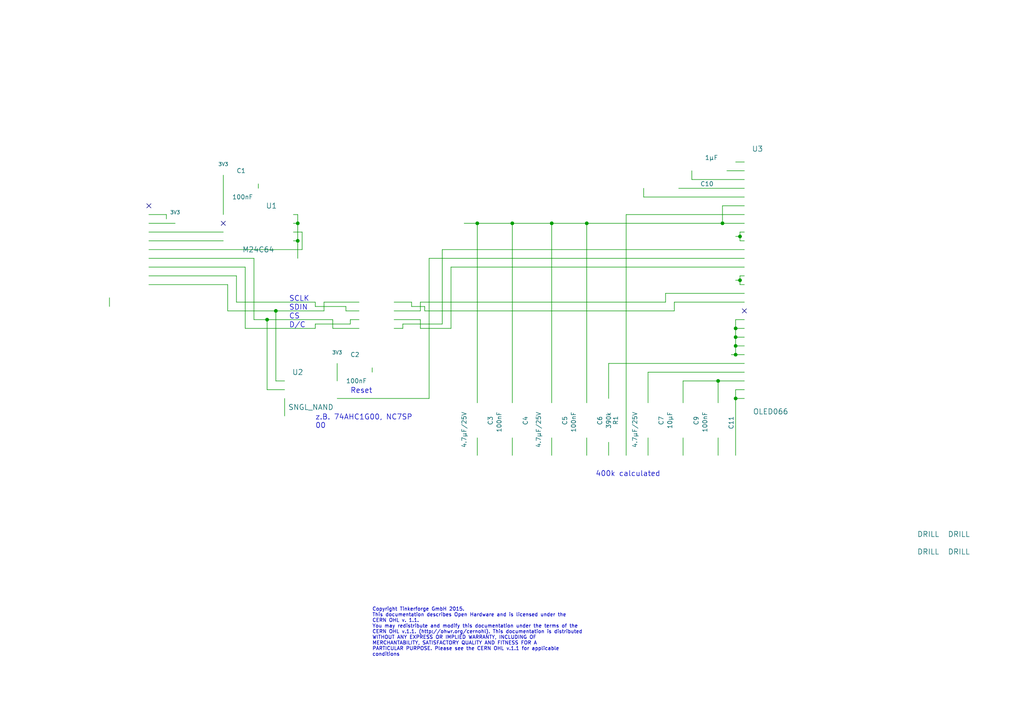
<source format=kicad_sch>
(kicad_sch (version 20230121) (generator eeschema)
  (paper "A4")
  (title_block (title "OLED 64x48") (date "Fr 19 Jun 2015") (rev "1.0") (company "Tinkerforge GmbH") (comment 1 "Licensed under CERN OHL v.1.1") (comment 2 "Copyright (©) 2015, B.Nordmeyer <bastian@tinkerforge.com>"))
  (lib_symbols)
  (junction (at 213.36 97.79))
  (junction (at 213.36 95.25))
  (junction (at 160.02 64.77))
  (junction (at 214.63 68.58))
  (junction (at 77.47 92.71))
  (junction (at 213.36 115.57))
  (junction (at 213.36 100.33))
  (junction (at 86.36 69.85))
  (junction (at 209.55 64.77))
  (junction (at 214.63 81.28))
  (junction (at 208.28 110.49))
  (junction (at 80.01 90.17))
  (junction (at 170.18 64.77))
  (junction (at 213.36 102.87))
  (junction (at 148.59 64.77))
  (junction (at 86.36 64.77))
  (junction (at 138.43 64.77))
  (no_connect (at 215.9 90.17))
  (no_connect (at 64.77 64.77))
  (no_connect (at 43.18 59.69))
  (wire (pts (xy 96.52 95.25) (xy 104.14 95.25)))
  (wire (pts (xy 200.66 52.07) (xy 200.66 49.53)))
  (wire (pts (xy 93.98 90.17) (xy 93.98 87.63)))
  (wire (pts (xy 215.9 74.93) (xy 124.46 74.93)))
  (wire (pts (xy 104.14 90.17) (xy 100.33 90.17)))
  (wire (pts (xy 210.82 49.53) (xy 215.9 49.53)))
  (wire (pts (xy 198.12 127) (xy 198.12 132.08)))
  (wire (pts (xy 68.58 87.63) (xy 68.58 80.01)))
  (wire (pts (xy 170.18 64.77) (xy 209.55 64.77)))
  (wire (pts (xy 104.14 92.71) (xy 101.6 92.71)))
  (wire (pts (xy 48.26 62.23) (xy 48.26 63.5)))
  (wire (pts (xy 198.12 110.49) (xy 198.12 116.84)))
  (wire (pts (xy 138.43 64.77) (xy 148.59 64.77)))
  (wire (pts (xy 213.36 100.33) (xy 213.36 97.79)))
  (wire (pts (xy 87.63 67.31) (xy 87.63 72.39)))
  (wire (pts (xy 214.63 68.58) (xy 214.63 67.31)))
  (wire (pts (xy 138.43 116.84) (xy 138.43 64.77)))
  (wire (pts (xy 213.36 113.03) (xy 215.9 113.03)))
  (wire (pts (xy 215.9 69.85) (xy 214.63 69.85)))
  (wire (pts (xy 215.9 107.95) (xy 187.96 107.95)))
  (wire (pts (xy 97.79 105.41) (xy 97.79 110.49)))
  (wire (pts (xy 64.77 50.8) (xy 64.77 62.23)))
  (wire (pts (xy 71.12 77.47) (xy 43.18 77.47)))
  (wire (pts (xy 80.01 90.17) (xy 93.98 90.17)))
  (wire (pts (xy 214.63 67.31) (xy 215.9 67.31)))
  (wire (pts (xy 130.81 95.25) (xy 121.92 95.25)))
  (wire (pts (xy 196.85 54.61) (xy 215.9 54.61)))
  (wire (pts (xy 86.36 62.23) (xy 86.36 64.77)))
  (wire (pts (xy 100.33 90.17) (xy 100.33 88.9)))
  (wire (pts (xy 176.53 128.27) (xy 176.53 132.08)))
  (wire (pts (xy 123.19 90.17) (xy 123.19 88.9)))
  (wire (pts (xy 43.18 67.31) (xy 64.77 67.31)))
  (wire (pts (xy 85.09 62.23) (xy 86.36 62.23)))
  (wire (pts (xy 170.18 132.08) (xy 170.18 127)))
  (wire (pts (xy 214.63 82.55) (xy 215.9 82.55)))
  (wire (pts (xy 213.36 92.71) (xy 215.9 92.71)))
  (wire (pts (xy 213.36 132.08) (xy 213.36 115.57)))
  (wire (pts (xy 91.44 87.63) (xy 68.58 87.63)))
  (wire (pts (xy 68.58 80.01) (xy 43.18 80.01)))
  (wire (pts (xy 86.36 69.85) (xy 85.09 69.85)))
  (wire (pts (xy 160.02 64.77) (xy 170.18 64.77)))
  (wire (pts (xy 160.02 116.84) (xy 160.02 64.77)))
  (wire (pts (xy 73.66 92.71) (xy 73.66 74.93)))
  (wire (pts (xy 209.55 59.69) (xy 209.55 64.77)))
  (wire (pts (xy 214.63 80.01) (xy 214.63 81.28)))
  (wire (pts (xy 86.36 69.85) (xy 86.36 74.93)))
  (wire (pts (xy 214.63 81.28) (xy 214.63 82.55)))
  (wire (pts (xy 86.36 64.77) (xy 86.36 69.85)))
  (wire (pts (xy 170.18 116.84) (xy 170.18 64.77)))
  (wire (pts (xy 85.09 67.31) (xy 87.63 67.31)))
  (wire (pts (xy 215.9 105.41) (xy 176.53 105.41)))
  (wire (pts (xy 215.9 62.23) (xy 181.61 62.23)))
  (wire (pts (xy 121.92 90.17) (xy 114.3 90.17)))
  (wire (pts (xy 43.18 62.23) (xy 48.26 62.23)))
  (wire (pts (xy 213.36 102.87) (xy 212.09 102.87)))
  (wire (pts (xy 215.9 59.69) (xy 209.55 59.69)))
  (wire (pts (xy 214.63 69.85) (xy 214.63 68.58)))
  (wire (pts (xy 213.36 102.87) (xy 213.36 100.33)))
  (wire (pts (xy 215.9 110.49) (xy 208.28 110.49)))
  (wire (pts (xy 187.96 132.08) (xy 187.96 127)))
  (wire (pts (xy 128.27 93.98) (xy 116.84 93.98)))
  (wire (pts (xy 91.44 95.25) (xy 71.12 95.25)))
  (wire (pts (xy 214.63 68.58) (xy 213.36 68.58)))
  (wire (pts (xy 195.58 90.17) (xy 123.19 90.17)))
  (wire (pts (xy 160.02 132.08) (xy 160.02 127)))
  (wire (pts (xy 96.52 92.71) (xy 96.52 95.25)))
  (wire (pts (xy 215.9 72.39) (xy 128.27 72.39)))
  (wire (pts (xy 215.9 52.07) (xy 200.66 52.07)))
  (wire (pts (xy 213.36 97.79) (xy 213.36 95.25)))
  (wire (pts (xy 116.84 95.25) (xy 114.3 95.25)))
  (wire (pts (xy 148.59 132.08) (xy 148.59 127)))
  (wire (pts (xy 31.75 88.9) (xy 31.75 86.36)))
  (wire (pts (xy 82.55 113.03) (xy 77.47 113.03)))
  (wire (pts (xy 77.47 92.71) (xy 96.52 92.71)))
  (wire (pts (xy 124.46 115.57) (xy 97.79 115.57)))
  (wire (pts (xy 138.43 132.08) (xy 138.43 127)))
  (wire (pts (xy 87.63 72.39) (xy 43.18 72.39)))
  (wire (pts (xy 186.69 57.15) (xy 186.69 54.61)))
  (wire (pts (xy 193.04 87.63) (xy 121.92 87.63)))
  (wire (pts (xy 116.84 93.98) (xy 116.84 95.25)))
  (wire (pts (xy 121.92 92.71) (xy 114.3 92.71)))
  (wire (pts (xy 215.9 80.01) (xy 214.63 80.01)))
  (wire (pts (xy 148.59 116.84) (xy 148.59 64.77)))
  (wire (pts (xy 208.28 116.84) (xy 208.28 110.49)))
  (wire (pts (xy 208.28 127) (xy 208.28 132.08)))
  (wire (pts (xy 101.6 92.71) (xy 101.6 93.98)))
  (wire (pts (xy 187.96 107.95) (xy 187.96 116.84)))
  (wire (pts (xy 66.04 90.17) (xy 66.04 82.55)))
  (wire (pts (xy 100.33 88.9) (xy 91.44 88.9)))
  (wire (pts (xy 121.92 95.25) (xy 121.92 92.71)))
  (wire (pts (xy 121.92 87.63) (xy 121.92 90.17)))
  (wire (pts (xy 215.9 102.87) (xy 213.36 102.87)))
  (wire (pts (xy 134.62 64.77) (xy 138.43 64.77)))
  (wire (pts (xy 93.98 87.63) (xy 104.14 87.63)))
  (wire (pts (xy 66.04 90.17) (xy 80.01 90.17)))
  (wire (pts (xy 130.81 77.47) (xy 130.81 95.25)))
  (wire (pts (xy 209.55 64.77) (xy 215.9 64.77)))
  (wire (pts (xy 73.66 74.93) (xy 43.18 74.93)))
  (wire (pts (xy 64.77 69.85) (xy 43.18 69.85)))
  (wire (pts (xy 215.9 77.47) (xy 130.81 77.47)))
  (wire (pts (xy 181.61 62.23) (xy 181.61 132.08)))
  (wire (pts (xy 128.27 72.39) (xy 128.27 93.98)))
  (wire (pts (xy 107.95 106.68) (xy 107.95 107.95)))
  (wire (pts (xy 82.55 110.49) (xy 80.01 110.49)))
  (wire (pts (xy 73.66 92.71) (xy 77.47 92.71)))
  (wire (pts (xy 193.04 85.09) (xy 215.9 85.09)))
  (wire (pts (xy 215.9 95.25) (xy 213.36 95.25)))
  (wire (pts (xy 124.46 74.93) (xy 124.46 115.57)))
  (wire (pts (xy 71.12 95.25) (xy 71.12 77.47)))
  (wire (pts (xy 213.36 95.25) (xy 213.36 92.71)))
  (wire (pts (xy 74.93 53.34) (xy 74.93 54.61)))
  (wire (pts (xy 80.01 110.49) (xy 80.01 90.17)))
  (wire (pts (xy 215.9 115.57) (xy 213.36 115.57)))
  (wire (pts (xy 66.04 82.55) (xy 43.18 82.55)))
  (wire (pts (xy 77.47 113.03) (xy 77.47 92.71)))
  (wire (pts (xy 213.36 115.57) (xy 213.36 113.03)))
  (wire (pts (xy 215.9 97.79) (xy 213.36 97.79)))
  (wire (pts (xy 119.38 88.9) (xy 119.38 87.63)))
  (wire (pts (xy 213.36 46.99) (xy 215.9 46.99)))
  (wire (pts (xy 148.59 64.77) (xy 160.02 64.77)))
  (wire (pts (xy 123.19 88.9) (xy 119.38 88.9)))
  (wire (pts (xy 208.28 110.49) (xy 198.12 110.49)))
  (wire (pts (xy 214.63 81.28) (xy 213.36 81.28)))
  (wire (pts (xy 101.6 93.98) (xy 91.44 93.98)))
  (wire (pts (xy 119.38 87.63) (xy 114.3 87.63)))
  (wire (pts (xy 85.09 64.77) (xy 86.36 64.77)))
  (wire (pts (xy 176.53 105.41) (xy 176.53 115.57)))
  (wire (pts (xy 82.55 120.65) (xy 82.55 115.57)))
  (wire (pts (xy 195.58 87.63) (xy 215.9 87.63)))
  (wire (pts (xy 43.18 64.77) (xy 50.8 64.77)))
  (wire (pts (xy 91.44 88.9) (xy 91.44 87.63)))
  (wire (pts (xy 215.9 57.15) (xy 186.69 57.15)))
  (wire (pts (xy 195.58 90.17) (xy 195.58 87.63)))
  (wire (pts (xy 91.44 93.98) (xy 91.44 95.25)))
  (wire (pts (xy 193.04 87.63) (xy 193.04 85.09)))
  (wire (pts (xy 215.9 100.33) (xy 213.36 100.33)))
  (text "CS" (at 83.82 92.71 0) (effects (font (size 1.524 1.524)) (justify left bottom)))
  (text "Copyright Tinkerforge GmbH 2015.\nThis documentation describes Open Hardware and is licensed under the\nCERN OHL v. 1.1.\nYou may redistribute and modify this documentation under the terms of the\nCERN OHL v.1.1. (http://ohwr.org/cernohl). This documentation is distributed\nWITHOUT ANY EXPRESS OR IMPLIED WARRANTY, INCLUDING OF\nMERCHANTABILITY, SATISFACTORY QUALITY AND FITNESS FOR A\nPARTICULAR PURPOSE. Please see the CERN OHL v.1.1 for applicable\nconditions\n" (at 107.95 190.5 0) (effects (font (size 1.016 1.016)) (justify left bottom)))
  (text "SCLK" (at 83.82 87.63 0) (effects (font (size 1.524 1.524)) (justify left bottom)))
  (text "z.B. 74AHC1G00, NC7SP\n00" (at 91.44 124.46 0) (effects (font (size 1.524 1.524)) (justify left bottom)))
  (text "Reset" (at 101.6 114.3 0) (effects (font (size 1.524 1.524)) (justify left bottom)))
  (text "400k calculated" (at 172.72 138.43 0) (effects (font (size 1.524 1.524)) (justify left bottom)))
  (text "SDIN" (at 83.82 90.17 0) (effects (font (size 1.524 1.524)) (justify left bottom)))
  (text "D/C" (at 83.82 95.25 0) (effects (font (size 1.524 1.524)) (justify left bottom)))
  (symbol (lib_id "DRILL") (at 278.13 154.94 0) (unit 1)
    (property "Reference" "U6" (effects hide))
    (property "Value" "DRILL" (at 278.13 154.94 0) (effects (font (size 1.524 1.524))))
    (property "Footprint" "kicad-libraries:DRILL_NP" (effects hide))
  )
  (symbol (lib_id "DRILL") (at 278.13 160.02 0) (unit 1)
    (property "Reference" "U7" (effects hide))
    (property "Value" "DRILL" (at 278.13 160.02 0) (effects (font (size 1.524 1.524))))
    (property "Footprint" "kicad-libraries:DRILL_NP" (effects hide))
  )
  (symbol (lib_id "DRILL") (at 269.24 154.94 0) (unit 1)
    (property "Reference" "U4" (effects hide))
    (property "Value" "DRILL" (at 269.24 154.94 0) (effects (font (size 1.524 1.524))))
    (property "Footprint" "kicad-libraries:DRILL_NP" (effects hide))
  )
  (symbol (lib_id "DRILL") (at 269.24 160.02 0) (unit 1)
    (property "Reference" "U5" (effects hide))
    (property "Value" "DRILL" (at 269.24 160.02 0) (effects (font (size 1.524 1.524))))
    (property "Footprint" "kicad-libraries:DRILL_NP" (effects hide))
  )
  (symbol (lib_id "CON-SENSOR") (at 31.75 71.12 0) (mirror y) (unit 1)
    (property "Reference" "P1" (at 38.1 57.15 0) (effects (font (size 1.524 1.524))))
    (property "Value" "CON-SENSOR" (at 26.67 71.12 90) (effects (font (size 1.524 1.524))))
    (property "Footprint" "kicad-libraries:CON-SENSOR" (effects hide))
  )
  (symbol (lib_id "GND") (at 48.26 63.5 0) (unit 1)
    (property "Reference" "#PWR01" (effects hide))
    (property "Value" "GND" (effects hide))
  )
  (symbol (lib_id "3V3") (at 50.8 64.77 0) (unit 1)
    (property "Reference" "#PWR02" (effects hide))
    (property "Value" "3V3" (at 50.8 61.595 0) (effects (font (size 1.016 1.016))))
  )
  (symbol (lib_id "CAT24C") (at 74.93 72.39 0) (mirror y) (unit 1)
    (property "Reference" "U1" (at 78.74 59.69 0) (effects (font (size 1.524 1.524))))
    (property "Value" "M24C64" (at 74.93 72.39 0) (effects (font (size 1.524 1.524))))
    (property "Footprint" "kicad-libraries:SOIC8" (effects hide))
  )
  (symbol (lib_id "C") (at 69.85 53.34 270) (unit 1)
    (property "Reference" "C1" (at 68.58 49.53 90) (effects (justify left)))
    (property "Value" "100nF" (at 67.31 57.15 90) (effects (justify left)))
    (property "Footprint" "kicad-libraries:0603" (effects hide))
  )
  (symbol (lib_id "GND") (at 74.93 54.61 0) (unit 1)
    (property "Reference" "#PWR03" (effects hide))
    (property "Value" "GND" (effects hide))
  )
  (symbol (lib_id "3V3") (at 64.77 50.8 0) (unit 1)
    (property "Reference" "#PWR04" (effects hide))
    (property "Value" "3V3" (at 64.77 47.625 0) (effects (font (size 1.016 1.016))))
  )
  (symbol (lib_id "GND") (at 86.36 74.93 0) (unit 1)
    (property "Reference" "#PWR05" (effects hide))
    (property "Value" "GND" (effects hide))
  )
  (symbol (lib_id "GND") (at 31.75 88.9 0) (unit 1)
    (property "Reference" "#PWR06" (effects hide))
    (property "Value" "GND" (effects hide))
  )
  (symbol (lib_id "C") (at 208.28 121.92 180) (unit 1)
    (property "Reference" "C11" (at 212.09 120.65 90) (effects (justify left)))
    (property "Value" "100nF" (at 204.47 119.38 90) (effects (justify left)))
    (property "Footprint" "kicad-libraries:0603" (effects hide))
  )
  (symbol (lib_id "C") (at 198.12 121.92 180) (unit 1)
    (property "Reference" "C9" (at 201.93 120.65 90) (effects (justify left)))
    (property "Value" "10µF" (at 194.31 119.38 90) (effects (justify left)))
    (property "Footprint" "kicad-libraries:0805" (effects hide))
  )
  (symbol (lib_id "R") (at 176.53 121.92 0) (unit 1)
    (property "Reference" "R1" (at 178.562 121.92 90))
    (property "Value" "390k" (at 176.53 121.92 90))
    (property "Footprint" "kicad-libraries:0603" (effects hide))
  )
  (symbol (lib_id "C") (at 187.96 121.92 180) (unit 1)
    (property "Reference" "C7" (at 191.77 120.65 90) (effects (justify left)))
    (property "Value" "4.7µF/25V" (at 184.15 119.38 90) (effects (justify left)))
    (property "Footprint" "kicad-libraries:0805" (effects hide))
  )
  (symbol (lib_id "GND") (at 187.96 132.08 0) (unit 1)
    (property "Reference" "#PWR07" (effects hide))
    (property "Value" "GND" (effects hide))
  )
  (symbol (lib_id "GND") (at 213.36 132.08 0) (unit 1)
    (property "Reference" "#PWR08" (effects hide))
    (property "Value" "GND" (effects hide))
  )
  (symbol (lib_id "GND") (at 198.12 132.08 0) (unit 1)
    (property "Reference" "#PWR09" (effects hide))
    (property "Value" "GND" (effects hide))
  )
  (symbol (lib_id "GND") (at 208.28 132.08 0) (unit 1)
    (property "Reference" "#PWR010" (effects hide))
    (property "Value" "GND" (effects hide))
  )
  (symbol (lib_id "C") (at 138.43 121.92 180) (unit 1)
    (property "Reference" "C3" (at 142.24 120.65 90) (effects (justify left)))
    (property "Value" "4.7µF/25V" (at 134.62 119.38 90) (effects (justify left)))
    (property "Footprint" "kicad-libraries:0805" (effects hide))
  )
  (symbol (lib_id "C") (at 148.59 121.92 180) (unit 1)
    (property "Reference" "C4" (at 152.4 120.65 90) (effects (justify left)))
    (property "Value" "100nF" (at 144.78 119.38 90) (effects (justify left)))
    (property "Footprint" "kicad-libraries:0603" (effects hide))
  )
  (symbol (lib_id "GND") (at 148.59 132.08 0) (unit 1)
    (property "Reference" "#PWR011" (effects hide))
    (property "Value" "GND" (effects hide))
  )
  (symbol (lib_id "GND") (at 138.43 132.08 0) (unit 1)
    (property "Reference" "#PWR012" (effects hide))
    (property "Value" "GND" (effects hide))
  )
  (symbol (lib_id "GND") (at 181.61 132.08 0) (unit 1)
    (property "Reference" "#PWR013" (effects hide))
    (property "Value" "GND" (effects hide))
  )
  (symbol (lib_id "C") (at 205.74 49.53 90) (unit 1)
    (property "Reference" "C10" (at 207.01 53.34 90) (effects (justify left)))
    (property "Value" "1µF" (at 208.28 45.72 90) (effects (justify left)))
    (property "Footprint" "kicad-libraries:0603" (effects hide))
  )
  (symbol (lib_id "C") (at 191.77 54.61 90) (unit 1)
    (property "Reference" "C8" (at 193.04 58.42 90) (effects (justify left)))
    (property "Value" "1µF" (at 194.31 50.8 90) (effects (justify left)))
    (property "Footprint" "kicad-libraries:0603" (effects hide))
  )
  (symbol (lib_id "GND") (at 176.53 132.08 0) (unit 1)
    (property "Reference" "#PWR014" (effects hide))
    (property "Value" "GND" (effects hide))
  )
  (symbol (lib_id "GND") (at 213.36 46.99 270) (unit 1)
    (property "Reference" "#PWR021" (effects hide))
    (property "Value" "GND" (effects hide))
  )
  (symbol (lib_id "C") (at 170.18 121.92 180) (unit 1)
    (property "Reference" "C6" (at 173.99 120.65 90) (effects (justify left)))
    (property "Value" "100nF" (at 166.37 119.38 90) (effects (justify left)))
    (property "Footprint" "kicad-libraries:0603" (effects hide))
  )
  (symbol (lib_id "C") (at 160.02 121.92 180) (unit 1)
    (property "Reference" "C5" (at 163.83 120.65 90) (effects (justify left)))
    (property "Value" "4.7µF/25V" (at 156.21 119.38 90) (effects (justify left)))
    (property "Footprint" "kicad-libraries:0805" (effects hide))
  )
  (symbol (lib_id "GND") (at 160.02 132.08 0) (unit 1)
    (property "Reference" "#PWR015" (effects hide))
    (property "Value" "GND" (effects hide))
  )
  (symbol (lib_id "GND") (at 170.18 132.08 0) (unit 1)
    (property "Reference" "#PWR016" (effects hide))
    (property "Value" "GND" (effects hide))
  )
  (symbol (lib_id "3V3") (at 134.62 64.77 90) (unit 1)
    (property "Reference" "#PWR017" (effects hide))
    (property "Value" "3V3" (at 131.445 64.77 0) (effects (font (size 1.016 1.016))))
  )
  (symbol (lib_id "GND") (at 213.36 68.58 270) (unit 1)
    (property "Reference" "#PWR018" (effects hide))
    (property "Value" "GND" (effects hide))
  )
  (symbol (lib_id "GND") (at 213.36 81.28 270) (unit 1)
    (property "Reference" "#PWR019" (effects hide))
    (property "Value" "GND" (effects hide))
  )
  (symbol (lib_id "GND") (at 212.09 102.87 270) (unit 1)
    (property "Reference" "#PWR020" (effects hide))
    (property "Value" "GND" (effects hide))
  )
  (symbol (lib_id "R_PACK4") (at 109.22 86.36 0) (mirror x) (unit 1)
    (property "Reference" "RP1" (at 109.22 97.79 0) (effects (font (size 1.016 1.016))))
    (property "Value" "220" (at 109.22 85.09 0) (effects (font (size 1.016 1.016))))
    (property "Footprint" "kicad-libraries:0603X4" (effects hide))
  )
  (symbol (lib_id "SNGL_NAND") (at 90.17 113.03 0) (unit 1)
    (property "Reference" "U2" (at 86.36 107.95 0) (effects (font (size 1.524 1.524))))
    (property "Value" "SNGL_NAND" (at 90.17 118.11 0) (effects (font (size 1.524 1.524))))
    (property "Footprint" "kicad-libraries:SC70-5" (effects hide))
  )
  (symbol (lib_id "3V3") (at 97.79 105.41 0) (unit 1)
    (property "Reference" "#PWR022" (effects hide))
    (property "Value" "3V3" (at 97.79 102.235 0) (effects (font (size 1.016 1.016))))
  )
  (symbol (lib_id "C") (at 102.87 106.68 270) (unit 1)
    (property "Reference" "C2" (at 101.6 102.87 90) (effects (justify left)))
    (property "Value" "100nF" (at 100.33 110.49 90) (effects (justify left)))
    (property "Footprint" "kicad-libraries:0603" (effects hide))
  )
  (symbol (lib_id "GND") (at 107.95 107.95 0) (unit 1)
    (property "Reference" "#PWR023" (effects hide))
    (property "Value" "GND" (effects hide))
  )
  (symbol (lib_id "GND") (at 82.55 120.65 0) (unit 1)
    (property "Reference" "#PWR024" (effects hide))
    (property "Value" "GND" (effects hide))
  )
  (symbol (lib_id "OLED066") (at 223.52 81.28 0) (unit 1)
    (property "Reference" "U3" (at 219.71 43.18 0) (effects (font (size 1.524 1.524))))
    (property "Value" "OLED066" (at 223.52 119.38 0) (effects (font (size 1.524 1.524))))
    (property "Footprint" "kicad-libraries:OLED066" (effects hide))
  )
)
</source>
